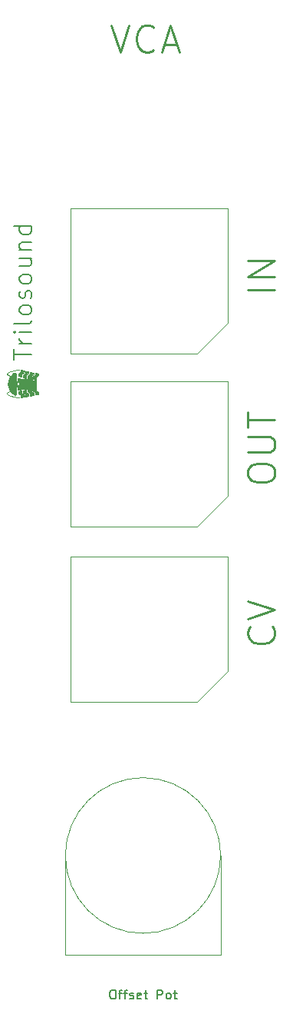
<source format=gbr>
%TF.GenerationSoftware,KiCad,Pcbnew,(6.0.0-0)*%
%TF.CreationDate,2022-11-10T22:51:00-05:00*%
%TF.ProjectId,VCA,5643412e-6b69-4636-9164-5f7063625858,rev?*%
%TF.SameCoordinates,Original*%
%TF.FileFunction,Legend,Top*%
%TF.FilePolarity,Positive*%
%FSLAX46Y46*%
G04 Gerber Fmt 4.6, Leading zero omitted, Abs format (unit mm)*
G04 Created by KiCad (PCBNEW (6.0.0-0)) date 2022-11-10 22:51:00*
%MOMM*%
%LPD*%
G01*
G04 APERTURE LIST*
%ADD10C,0.250000*%
%ADD11C,0.150000*%
%ADD12C,0.120000*%
%ADD13C,0.013229*%
G04 APERTURE END LIST*
D10*
X136453428Y-105513142D02*
X136596285Y-105656000D01*
X136739142Y-106084571D01*
X136739142Y-106370285D01*
X136596285Y-106798857D01*
X136310571Y-107084571D01*
X136024857Y-107227428D01*
X135453428Y-107370285D01*
X135024857Y-107370285D01*
X134453428Y-107227428D01*
X134167714Y-107084571D01*
X133882000Y-106798857D01*
X133739142Y-106370285D01*
X133739142Y-106084571D01*
X133882000Y-105656000D01*
X134024857Y-105513142D01*
X133739142Y-104656000D02*
X136739142Y-103656000D01*
X133739142Y-102656000D01*
X133739142Y-88852000D02*
X133739142Y-88280571D01*
X133882000Y-87994857D01*
X134167714Y-87709142D01*
X134739142Y-87566285D01*
X135739142Y-87566285D01*
X136310571Y-87709142D01*
X136596285Y-87994857D01*
X136739142Y-88280571D01*
X136739142Y-88852000D01*
X136596285Y-89137714D01*
X136310571Y-89423428D01*
X135739142Y-89566285D01*
X134739142Y-89566285D01*
X134167714Y-89423428D01*
X133882000Y-89137714D01*
X133739142Y-88852000D01*
X133739142Y-86280571D02*
X136167714Y-86280571D01*
X136453428Y-86137714D01*
X136596285Y-85994857D01*
X136739142Y-85709142D01*
X136739142Y-85137714D01*
X136596285Y-84852000D01*
X136453428Y-84709142D01*
X136167714Y-84566285D01*
X133739142Y-84566285D01*
X133739142Y-83566285D02*
X133739142Y-81852000D01*
X136739142Y-82709142D02*
X133739142Y-82709142D01*
X118642285Y-39251142D02*
X119642285Y-42251142D01*
X120642285Y-39251142D01*
X123356571Y-41965428D02*
X123213714Y-42108285D01*
X122785142Y-42251142D01*
X122499428Y-42251142D01*
X122070857Y-42108285D01*
X121785142Y-41822571D01*
X121642285Y-41536857D01*
X121499428Y-40965428D01*
X121499428Y-40536857D01*
X121642285Y-39965428D01*
X121785142Y-39679714D01*
X122070857Y-39394000D01*
X122499428Y-39251142D01*
X122785142Y-39251142D01*
X123213714Y-39394000D01*
X123356571Y-39536857D01*
X124499428Y-41394000D02*
X125928000Y-41394000D01*
X124213714Y-42251142D02*
X125213714Y-39251142D01*
X126213714Y-42251142D01*
D11*
X107870761Y-76103809D02*
X107870761Y-74960952D01*
X109870761Y-75532380D02*
X107870761Y-75532380D01*
X109870761Y-74294285D02*
X108537428Y-74294285D01*
X108918380Y-74294285D02*
X108727904Y-74199047D01*
X108632666Y-74103809D01*
X108537428Y-73913333D01*
X108537428Y-73722857D01*
X109870761Y-73056190D02*
X108537428Y-73056190D01*
X107870761Y-73056190D02*
X107966000Y-73151428D01*
X108061238Y-73056190D01*
X107966000Y-72960952D01*
X107870761Y-73056190D01*
X108061238Y-73056190D01*
X109870761Y-71818095D02*
X109775523Y-72008571D01*
X109585047Y-72103809D01*
X107870761Y-72103809D01*
X109870761Y-70770476D02*
X109775523Y-70960952D01*
X109680285Y-71056190D01*
X109489809Y-71151428D01*
X108918380Y-71151428D01*
X108727904Y-71056190D01*
X108632666Y-70960952D01*
X108537428Y-70770476D01*
X108537428Y-70484761D01*
X108632666Y-70294285D01*
X108727904Y-70199047D01*
X108918380Y-70103809D01*
X109489809Y-70103809D01*
X109680285Y-70199047D01*
X109775523Y-70294285D01*
X109870761Y-70484761D01*
X109870761Y-70770476D01*
X109775523Y-69341904D02*
X109870761Y-69151428D01*
X109870761Y-68770476D01*
X109775523Y-68580000D01*
X109585047Y-68484761D01*
X109489809Y-68484761D01*
X109299333Y-68580000D01*
X109204095Y-68770476D01*
X109204095Y-69056190D01*
X109108857Y-69246666D01*
X108918380Y-69341904D01*
X108823142Y-69341904D01*
X108632666Y-69246666D01*
X108537428Y-69056190D01*
X108537428Y-68770476D01*
X108632666Y-68580000D01*
X109870761Y-67341904D02*
X109775523Y-67532380D01*
X109680285Y-67627619D01*
X109489809Y-67722857D01*
X108918380Y-67722857D01*
X108727904Y-67627619D01*
X108632666Y-67532380D01*
X108537428Y-67341904D01*
X108537428Y-67056190D01*
X108632666Y-66865714D01*
X108727904Y-66770476D01*
X108918380Y-66675238D01*
X109489809Y-66675238D01*
X109680285Y-66770476D01*
X109775523Y-66865714D01*
X109870761Y-67056190D01*
X109870761Y-67341904D01*
X108537428Y-64960952D02*
X109870761Y-64960952D01*
X108537428Y-65818095D02*
X109585047Y-65818095D01*
X109775523Y-65722857D01*
X109870761Y-65532380D01*
X109870761Y-65246666D01*
X109775523Y-65056190D01*
X109680285Y-64960952D01*
X108537428Y-64008571D02*
X109870761Y-64008571D01*
X108727904Y-64008571D02*
X108632666Y-63913333D01*
X108537428Y-63722857D01*
X108537428Y-63437142D01*
X108632666Y-63246666D01*
X108823142Y-63151428D01*
X109870761Y-63151428D01*
X109870761Y-61341904D02*
X107870761Y-61341904D01*
X109775523Y-61341904D02*
X109870761Y-61532380D01*
X109870761Y-61913333D01*
X109775523Y-62103809D01*
X109680285Y-62199047D01*
X109489809Y-62294285D01*
X108918380Y-62294285D01*
X108727904Y-62199047D01*
X108632666Y-62103809D01*
X108537428Y-61913333D01*
X108537428Y-61532380D01*
X108632666Y-61341904D01*
D10*
X136739142Y-68373428D02*
X133739142Y-68373428D01*
X136739142Y-66944857D02*
X133739142Y-66944857D01*
X136739142Y-65230571D01*
X133739142Y-65230571D01*
D11*
X118769238Y-145502380D02*
X118959714Y-145502380D01*
X119054952Y-145550000D01*
X119150190Y-145645238D01*
X119197809Y-145835714D01*
X119197809Y-146169047D01*
X119150190Y-146359523D01*
X119054952Y-146454761D01*
X118959714Y-146502380D01*
X118769238Y-146502380D01*
X118674000Y-146454761D01*
X118578761Y-146359523D01*
X118531142Y-146169047D01*
X118531142Y-145835714D01*
X118578761Y-145645238D01*
X118674000Y-145550000D01*
X118769238Y-145502380D01*
X119483523Y-145835714D02*
X119864476Y-145835714D01*
X119626380Y-146502380D02*
X119626380Y-145645238D01*
X119674000Y-145550000D01*
X119769238Y-145502380D01*
X119864476Y-145502380D01*
X120054952Y-145835714D02*
X120435904Y-145835714D01*
X120197809Y-146502380D02*
X120197809Y-145645238D01*
X120245428Y-145550000D01*
X120340666Y-145502380D01*
X120435904Y-145502380D01*
X120721619Y-146454761D02*
X120816857Y-146502380D01*
X121007333Y-146502380D01*
X121102571Y-146454761D01*
X121150190Y-146359523D01*
X121150190Y-146311904D01*
X121102571Y-146216666D01*
X121007333Y-146169047D01*
X120864476Y-146169047D01*
X120769238Y-146121428D01*
X120721619Y-146026190D01*
X120721619Y-145978571D01*
X120769238Y-145883333D01*
X120864476Y-145835714D01*
X121007333Y-145835714D01*
X121102571Y-145883333D01*
X121959714Y-146454761D02*
X121864476Y-146502380D01*
X121674000Y-146502380D01*
X121578761Y-146454761D01*
X121531142Y-146359523D01*
X121531142Y-145978571D01*
X121578761Y-145883333D01*
X121674000Y-145835714D01*
X121864476Y-145835714D01*
X121959714Y-145883333D01*
X122007333Y-145978571D01*
X122007333Y-146073809D01*
X121531142Y-146169047D01*
X122293047Y-145835714D02*
X122674000Y-145835714D01*
X122435904Y-145502380D02*
X122435904Y-146359523D01*
X122483523Y-146454761D01*
X122578761Y-146502380D01*
X122674000Y-146502380D01*
X123769238Y-146502380D02*
X123769238Y-145502380D01*
X124150190Y-145502380D01*
X124245428Y-145550000D01*
X124293047Y-145597619D01*
X124340666Y-145692857D01*
X124340666Y-145835714D01*
X124293047Y-145930952D01*
X124245428Y-145978571D01*
X124150190Y-146026190D01*
X123769238Y-146026190D01*
X124912095Y-146502380D02*
X124816857Y-146454761D01*
X124769238Y-146407142D01*
X124721619Y-146311904D01*
X124721619Y-146026190D01*
X124769238Y-145930952D01*
X124816857Y-145883333D01*
X124912095Y-145835714D01*
X125054952Y-145835714D01*
X125150190Y-145883333D01*
X125197809Y-145930952D01*
X125245428Y-146026190D01*
X125245428Y-146311904D01*
X125197809Y-146407142D01*
X125150190Y-146454761D01*
X125054952Y-146502380D01*
X124912095Y-146502380D01*
X125531142Y-145835714D02*
X125912095Y-145835714D01*
X125674000Y-145502380D02*
X125674000Y-146359523D01*
X125721619Y-146454761D01*
X125816857Y-146502380D01*
X125912095Y-146502380D01*
D12*
%TO.C,RV1*%
X130744000Y-141626000D02*
X130744000Y-130706000D01*
X113604000Y-141626000D02*
X130744000Y-141626000D01*
X113604000Y-141626000D02*
X113604000Y-130706000D01*
X130744000Y-130706000D02*
G75*
G03*
X130744000Y-130706000I-8570000J0D01*
G01*
%TO.C,J4*%
X128126000Y-113811000D02*
X131526000Y-110411000D01*
X131526000Y-110421000D02*
X131526000Y-97790000D01*
X131526000Y-97790000D02*
X114173000Y-97790000D01*
X114173000Y-97790000D02*
X114173000Y-113811000D01*
X114173000Y-113811000D02*
X128126000Y-113811000D01*
%TO.C,J3*%
X131526000Y-59436000D02*
X114173000Y-59436000D01*
X128126000Y-75457000D02*
X131526000Y-72057000D01*
X131526000Y-72067000D02*
X131526000Y-59436000D01*
X114173000Y-59436000D02*
X114173000Y-75457000D01*
X114173000Y-75457000D02*
X128126000Y-75457000D01*
D13*
%TO.C,REF\u002A\u002A*%
X107239396Y-77561440D02*
X107269475Y-77539651D01*
X108210974Y-80226560D02*
X108372042Y-80249947D01*
X107269475Y-77539651D02*
X107341176Y-77497058D01*
X107161352Y-77660395D02*
X107167864Y-77641882D01*
X107167999Y-79735756D02*
X107155069Y-79751398D01*
X107495559Y-80058313D02*
X107594609Y-80091206D01*
X107145697Y-79767583D02*
X107140048Y-79784326D01*
X107138289Y-79801645D02*
X107140582Y-79819555D01*
X107584871Y-79574380D02*
X107497923Y-79594850D01*
X107248705Y-79940348D02*
X107248705Y-79940348D01*
X107160818Y-77695617D02*
X107159058Y-77678301D01*
X107140582Y-79819555D02*
X107147094Y-79838073D01*
X107772436Y-79537086D02*
X107584871Y-79574380D01*
X107247262Y-77788021D02*
X107205093Y-77759301D01*
X107793206Y-77942908D02*
X107605641Y-77905601D01*
X107990200Y-77976214D02*
X107793206Y-77942908D01*
X107248705Y-79940348D02*
X107320407Y-79982963D01*
X107175838Y-77728542D02*
X107166467Y-77712359D01*
X107218627Y-79918547D02*
X107248705Y-79940348D01*
X107438062Y-77863255D02*
X107365066Y-77839869D01*
X107214361Y-77582541D02*
X107239396Y-77561440D01*
X107166467Y-77712359D02*
X107160818Y-77695617D01*
X107301027Y-77814834D02*
X107247262Y-77788021D01*
X107320407Y-79982963D02*
X107403425Y-80022259D01*
X107804660Y-80147819D02*
X108015981Y-80192727D01*
X107605641Y-77905601D02*
X107518693Y-77885123D01*
X107403425Y-80022259D02*
X107495559Y-80058313D01*
X107969430Y-79503785D02*
X107772436Y-79537086D01*
X108372042Y-80249947D02*
X108522013Y-80267902D01*
X107157990Y-79857215D02*
X107173434Y-79876997D01*
X107518693Y-77885123D02*
X107438062Y-77863255D01*
X107344296Y-79640087D02*
X107280257Y-79665115D01*
X108392700Y-77230070D02*
X108542650Y-77212097D01*
X107167864Y-77641882D02*
X107178760Y-77622746D01*
X107178760Y-77622746D02*
X107194204Y-77602971D01*
X107173434Y-79876997D02*
X107193591Y-79897436D01*
X107417292Y-79616709D02*
X107344296Y-79640087D01*
X108231653Y-77253473D02*
X108392700Y-77230070D01*
X107184323Y-79720640D02*
X107167999Y-79735756D01*
X107140048Y-79784326D02*
X107138289Y-79801645D01*
X108015981Y-80192727D02*
X108210974Y-80226560D01*
X107205093Y-77759301D02*
X107188769Y-77744184D01*
X107424189Y-77457778D02*
X107516316Y-77421735D01*
X107719115Y-77359043D02*
X107825388Y-77332238D01*
X107341176Y-77497058D02*
X107424189Y-77457778D01*
X107280257Y-79665115D02*
X107226492Y-79691923D01*
X107188769Y-77744184D02*
X107175838Y-77728542D01*
X107147094Y-79838073D02*
X107157990Y-79857215D01*
X107194204Y-77602971D02*
X107214361Y-77582541D01*
X107615358Y-77388849D02*
X107719115Y-77359043D01*
X107155069Y-79751398D02*
X107145697Y-79767583D01*
X107825388Y-77332238D02*
X108036684Y-77287321D01*
X107594609Y-80091206D02*
X107698376Y-80121015D01*
X107193591Y-79897436D02*
X107218627Y-79918547D01*
X107516316Y-77421735D02*
X107615358Y-77388849D01*
X107497923Y-79594850D02*
X107417292Y-79616709D01*
X107698376Y-80121015D02*
X107804660Y-80147819D01*
X107226492Y-79691923D02*
X107184323Y-79720640D01*
X107269475Y-77539651D02*
X107269475Y-77539651D01*
X108036684Y-77287321D02*
X108231653Y-77253473D01*
X107159058Y-77678301D02*
X107161352Y-77660395D01*
X107365066Y-77839869D02*
X107301027Y-77814834D01*
X109674538Y-79215390D02*
X110371714Y-79102942D01*
X110371714Y-79102942D02*
X110371714Y-78402986D01*
X110371714Y-78402986D02*
X109674538Y-78290538D01*
X109674538Y-78290538D02*
X109674538Y-79215390D01*
X109674538Y-79215390D02*
X109674538Y-79215390D01*
G36*
X110371714Y-78402986D02*
G01*
X110371714Y-79102942D01*
X109674538Y-79215390D01*
X109674538Y-78290538D01*
X110371714Y-78402986D01*
G37*
X110371714Y-78402986D02*
X110371714Y-79102942D01*
X109674538Y-79215390D01*
X109674538Y-78290538D01*
X110371714Y-78402986D01*
X107267094Y-78753030D02*
X107268906Y-78819113D01*
X107268906Y-78819113D02*
X107274209Y-78884370D01*
X107274209Y-78884370D02*
X107282804Y-78948703D01*
X107282804Y-78948703D02*
X107294492Y-79012016D01*
X107294492Y-79012016D02*
X107309073Y-79074210D01*
X107309073Y-79074210D02*
X107326348Y-79135190D01*
X107326348Y-79135190D02*
X107346118Y-79194857D01*
X107346118Y-79194857D02*
X107368183Y-79253115D01*
X107368183Y-79253115D02*
X107418403Y-79365016D01*
X107418403Y-79365016D02*
X107475414Y-79470114D01*
X107475414Y-79470114D02*
X107537621Y-79567634D01*
X107537621Y-79567634D02*
X107603429Y-79656797D01*
X107603429Y-79656797D02*
X107671245Y-79736828D01*
X107671245Y-79736828D02*
X107739475Y-79806949D01*
X107739475Y-79806949D02*
X107806523Y-79866383D01*
X107806523Y-79866383D02*
X107870797Y-79914355D01*
X107870797Y-79914355D02*
X107930701Y-79950085D01*
X107930701Y-79950085D02*
X107984641Y-79972799D01*
X107984641Y-79972799D02*
X108008876Y-79979031D01*
X108008876Y-79979031D02*
X108031023Y-79981718D01*
X108031023Y-79981718D02*
X108050881Y-79980762D01*
X108050881Y-79980762D02*
X108068253Y-79976067D01*
X108068253Y-79976067D02*
X108080530Y-79969423D01*
X108080530Y-79969423D02*
X108091428Y-79960251D01*
X108091428Y-79960251D02*
X108101035Y-79948654D01*
X108101035Y-79948654D02*
X108109440Y-79934733D01*
X108109440Y-79934733D02*
X108116734Y-79918593D01*
X108116734Y-79918593D02*
X108123005Y-79900335D01*
X108123005Y-79900335D02*
X108128343Y-79880063D01*
X108128343Y-79880063D02*
X108132838Y-79857878D01*
X108132838Y-79857878D02*
X108139655Y-79808184D01*
X108139655Y-79808184D02*
X108144171Y-79752073D01*
X108144171Y-79752073D02*
X108149165Y-79623890D01*
X108149165Y-79623890D02*
X108153546Y-79479899D01*
X108153546Y-79479899D02*
X108157295Y-79404030D01*
X108157295Y-79404030D02*
X108163037Y-79326674D01*
X108163037Y-79326674D02*
X108171489Y-79248651D01*
X108171489Y-79248651D02*
X108183366Y-79170785D01*
X108183366Y-79170785D02*
X108190812Y-79132167D01*
X108190812Y-79132167D02*
X108199383Y-79093895D01*
X108199383Y-79093895D02*
X108209167Y-79056074D01*
X108209167Y-79056074D02*
X108220256Y-79018804D01*
X108220256Y-79018804D02*
X108230209Y-78987212D01*
X108230209Y-78987212D02*
X108238900Y-78955341D01*
X108238900Y-78955341D02*
X108246328Y-78923230D01*
X108246328Y-78923230D02*
X108252491Y-78890914D01*
X108252491Y-78890914D02*
X108257390Y-78858432D01*
X108257390Y-78858432D02*
X108261024Y-78825820D01*
X108261024Y-78825820D02*
X108263392Y-78793116D01*
X108263392Y-78793116D02*
X108264494Y-78760356D01*
X108264494Y-78760356D02*
X108264329Y-78727579D01*
X108264329Y-78727579D02*
X108262897Y-78694820D01*
X108262897Y-78694820D02*
X108260197Y-78662118D01*
X108260197Y-78662118D02*
X108256229Y-78629509D01*
X108256229Y-78629509D02*
X108250992Y-78597030D01*
X108250992Y-78597030D02*
X108244486Y-78564719D01*
X108244486Y-78564719D02*
X108236710Y-78532613D01*
X108236710Y-78532613D02*
X108227664Y-78500749D01*
X108227664Y-78500749D02*
X108207939Y-78423328D01*
X108207939Y-78423328D02*
X108192664Y-78344397D01*
X108192664Y-78344397D02*
X108181165Y-78264757D01*
X108181165Y-78264757D02*
X108172767Y-78185211D01*
X108172767Y-78185211D02*
X108162575Y-78029614D01*
X108162575Y-78029614D02*
X108156689Y-77884023D01*
X108156689Y-77884023D02*
X108149712Y-77754859D01*
X108149712Y-77754859D02*
X108144128Y-77698443D01*
X108144128Y-77698443D02*
X108136246Y-77648542D01*
X108136246Y-77648542D02*
X108125393Y-77605957D01*
X108125393Y-77605957D02*
X108110892Y-77571491D01*
X108110892Y-77571491D02*
X108102064Y-77557553D01*
X108102064Y-77557553D02*
X108092070Y-77545946D01*
X108092070Y-77545946D02*
X108080828Y-77536771D01*
X108080828Y-77536771D02*
X108068253Y-77530126D01*
X108068253Y-77530126D02*
X108050532Y-77525412D01*
X108050532Y-77525412D02*
X108030367Y-77524451D01*
X108030367Y-77524451D02*
X108007956Y-77527144D01*
X108007956Y-77527144D02*
X107983496Y-77533394D01*
X107983496Y-77533394D02*
X107957183Y-77543101D01*
X107957183Y-77543101D02*
X107929216Y-77556167D01*
X107929216Y-77556167D02*
X107899790Y-77572495D01*
X107899790Y-77572495D02*
X107869104Y-77591985D01*
X107869104Y-77591985D02*
X107837354Y-77614540D01*
X107837354Y-77614540D02*
X107804738Y-77640061D01*
X107804738Y-77640061D02*
X107771453Y-77668450D01*
X107771453Y-77668450D02*
X107737696Y-77699609D01*
X107737696Y-77699609D02*
X107703664Y-77733439D01*
X107703664Y-77733439D02*
X107669554Y-77769842D01*
X107669554Y-77769842D02*
X107635564Y-77808720D01*
X107635564Y-77808720D02*
X107601891Y-77849974D01*
X107601891Y-77849974D02*
X107568732Y-77893507D01*
X107568732Y-77893507D02*
X107536284Y-77939219D01*
X107536284Y-77939219D02*
X107504744Y-77987013D01*
X107504744Y-77987013D02*
X107474309Y-78036790D01*
X107474309Y-78036790D02*
X107445177Y-78088452D01*
X107445177Y-78088452D02*
X107417545Y-78141901D01*
X107417545Y-78141901D02*
X107391610Y-78197038D01*
X107391610Y-78197038D02*
X107367570Y-78253766D01*
X107367570Y-78253766D02*
X107345620Y-78311985D01*
X107345620Y-78311985D02*
X107325959Y-78371597D01*
X107325959Y-78371597D02*
X107308784Y-78432505D01*
X107308784Y-78432505D02*
X107294291Y-78494609D01*
X107294291Y-78494609D02*
X107282679Y-78557812D01*
X107282679Y-78557812D02*
X107274144Y-78622016D01*
X107274144Y-78622016D02*
X107268883Y-78687121D01*
X107268883Y-78687121D02*
X107267094Y-78753030D01*
X107267094Y-78753030D02*
X107267094Y-78753030D01*
G36*
X108050532Y-77525412D02*
G01*
X108068253Y-77530126D01*
X108080828Y-77536771D01*
X108092070Y-77545946D01*
X108102064Y-77557553D01*
X108110892Y-77571491D01*
X108125393Y-77605957D01*
X108136246Y-77648542D01*
X108144128Y-77698443D01*
X108149712Y-77754859D01*
X108156689Y-77884023D01*
X108162575Y-78029614D01*
X108172767Y-78185211D01*
X108181165Y-78264757D01*
X108192664Y-78344397D01*
X108207939Y-78423328D01*
X108227664Y-78500749D01*
X108236710Y-78532613D01*
X108244486Y-78564719D01*
X108250992Y-78597030D01*
X108256229Y-78629509D01*
X108260197Y-78662118D01*
X108262897Y-78694820D01*
X108264329Y-78727579D01*
X108264494Y-78760356D01*
X108263392Y-78793116D01*
X108261024Y-78825820D01*
X108257390Y-78858432D01*
X108252491Y-78890914D01*
X108246328Y-78923230D01*
X108238900Y-78955341D01*
X108230209Y-78987212D01*
X108220256Y-79018804D01*
X108209167Y-79056074D01*
X108199383Y-79093895D01*
X108190812Y-79132167D01*
X108183366Y-79170785D01*
X108171489Y-79248651D01*
X108163037Y-79326674D01*
X108157295Y-79404030D01*
X108153546Y-79479899D01*
X108149165Y-79623890D01*
X108144171Y-79752073D01*
X108139655Y-79808184D01*
X108132838Y-79857878D01*
X108128343Y-79880063D01*
X108123005Y-79900335D01*
X108116734Y-79918593D01*
X108109440Y-79934733D01*
X108101035Y-79948654D01*
X108091428Y-79960251D01*
X108080530Y-79969423D01*
X108068253Y-79976067D01*
X108050881Y-79980762D01*
X108031023Y-79981718D01*
X108008876Y-79979031D01*
X107984641Y-79972799D01*
X107930701Y-79950085D01*
X107870797Y-79914355D01*
X107806523Y-79866383D01*
X107739475Y-79806949D01*
X107671245Y-79736828D01*
X107603429Y-79656797D01*
X107537621Y-79567634D01*
X107475414Y-79470114D01*
X107418403Y-79365016D01*
X107368183Y-79253115D01*
X107346118Y-79194857D01*
X107326348Y-79135190D01*
X107309073Y-79074210D01*
X107294492Y-79012016D01*
X107282804Y-78948703D01*
X107274209Y-78884370D01*
X107268906Y-78819113D01*
X107267094Y-78753030D01*
X107268883Y-78687121D01*
X107274144Y-78622016D01*
X107282679Y-78557812D01*
X107294291Y-78494609D01*
X107308784Y-78432505D01*
X107325959Y-78371597D01*
X107345620Y-78311985D01*
X107367570Y-78253766D01*
X107391610Y-78197038D01*
X107417545Y-78141901D01*
X107445177Y-78088452D01*
X107474309Y-78036790D01*
X107504744Y-77987013D01*
X107536284Y-77939219D01*
X107568732Y-77893507D01*
X107601891Y-77849974D01*
X107635564Y-77808720D01*
X107669554Y-77769842D01*
X107703664Y-77733439D01*
X107737696Y-77699609D01*
X107771453Y-77668450D01*
X107804738Y-77640061D01*
X107837354Y-77614540D01*
X107869104Y-77591985D01*
X107899790Y-77572495D01*
X107929216Y-77556167D01*
X107957183Y-77543101D01*
X107983496Y-77533394D01*
X108007956Y-77527144D01*
X108030367Y-77524451D01*
X108050532Y-77525412D01*
G37*
X108050532Y-77525412D02*
X108068253Y-77530126D01*
X108080828Y-77536771D01*
X108092070Y-77545946D01*
X108102064Y-77557553D01*
X108110892Y-77571491D01*
X108125393Y-77605957D01*
X108136246Y-77648542D01*
X108144128Y-77698443D01*
X108149712Y-77754859D01*
X108156689Y-77884023D01*
X108162575Y-78029614D01*
X108172767Y-78185211D01*
X108181165Y-78264757D01*
X108192664Y-78344397D01*
X108207939Y-78423328D01*
X108227664Y-78500749D01*
X108236710Y-78532613D01*
X108244486Y-78564719D01*
X108250992Y-78597030D01*
X108256229Y-78629509D01*
X108260197Y-78662118D01*
X108262897Y-78694820D01*
X108264329Y-78727579D01*
X108264494Y-78760356D01*
X108263392Y-78793116D01*
X108261024Y-78825820D01*
X108257390Y-78858432D01*
X108252491Y-78890914D01*
X108246328Y-78923230D01*
X108238900Y-78955341D01*
X108230209Y-78987212D01*
X108220256Y-79018804D01*
X108209167Y-79056074D01*
X108199383Y-79093895D01*
X108190812Y-79132167D01*
X108183366Y-79170785D01*
X108171489Y-79248651D01*
X108163037Y-79326674D01*
X108157295Y-79404030D01*
X108153546Y-79479899D01*
X108149165Y-79623890D01*
X108144171Y-79752073D01*
X108139655Y-79808184D01*
X108132838Y-79857878D01*
X108128343Y-79880063D01*
X108123005Y-79900335D01*
X108116734Y-79918593D01*
X108109440Y-79934733D01*
X108101035Y-79948654D01*
X108091428Y-79960251D01*
X108080530Y-79969423D01*
X108068253Y-79976067D01*
X108050881Y-79980762D01*
X108031023Y-79981718D01*
X108008876Y-79979031D01*
X107984641Y-79972799D01*
X107930701Y-79950085D01*
X107870797Y-79914355D01*
X107806523Y-79866383D01*
X107739475Y-79806949D01*
X107671245Y-79736828D01*
X107603429Y-79656797D01*
X107537621Y-79567634D01*
X107475414Y-79470114D01*
X107418403Y-79365016D01*
X107368183Y-79253115D01*
X107346118Y-79194857D01*
X107326348Y-79135190D01*
X107309073Y-79074210D01*
X107294492Y-79012016D01*
X107282804Y-78948703D01*
X107274209Y-78884370D01*
X107268906Y-78819113D01*
X107267094Y-78753030D01*
X107268883Y-78687121D01*
X107274144Y-78622016D01*
X107282679Y-78557812D01*
X107294291Y-78494609D01*
X107308784Y-78432505D01*
X107325959Y-78371597D01*
X107345620Y-78311985D01*
X107367570Y-78253766D01*
X107391610Y-78197038D01*
X107417545Y-78141901D01*
X107445177Y-78088452D01*
X107474309Y-78036790D01*
X107504744Y-77987013D01*
X107536284Y-77939219D01*
X107568732Y-77893507D01*
X107601891Y-77849974D01*
X107635564Y-77808720D01*
X107669554Y-77769842D01*
X107703664Y-77733439D01*
X107737696Y-77699609D01*
X107771453Y-77668450D01*
X107804738Y-77640061D01*
X107837354Y-77614540D01*
X107869104Y-77591985D01*
X107899790Y-77572495D01*
X107929216Y-77556167D01*
X107957183Y-77543101D01*
X107983496Y-77533394D01*
X108007956Y-77527144D01*
X108030367Y-77524451D01*
X108050532Y-77525412D01*
X108371465Y-79393983D02*
X108371465Y-78924877D01*
X108371465Y-78924877D02*
X108377428Y-78924098D01*
X108377428Y-78924098D02*
X108383363Y-78923147D01*
X108383363Y-78923147D02*
X108389265Y-78922026D01*
X108389265Y-78922026D02*
X108395132Y-78920736D01*
X108395132Y-78920736D02*
X108400958Y-78919277D01*
X108400958Y-78919277D02*
X108406742Y-78917650D01*
X108406742Y-78917650D02*
X108412478Y-78915856D01*
X108412478Y-78915856D02*
X108418164Y-78913897D01*
X108418164Y-78913897D02*
X108420570Y-78912846D01*
X108420570Y-78912846D02*
X108422954Y-78911749D01*
X108422954Y-78911749D02*
X108425315Y-78910607D01*
X108425315Y-78910607D02*
X108427652Y-78909420D01*
X108427652Y-78909420D02*
X108429964Y-78908188D01*
X108429964Y-78908188D02*
X108432252Y-78906912D01*
X108432252Y-78906912D02*
X108434514Y-78905592D01*
X108434514Y-78905592D02*
X108436750Y-78904229D01*
X108436750Y-78904229D02*
X108438959Y-78902823D01*
X108438959Y-78902823D02*
X108441141Y-78901373D01*
X108441141Y-78901373D02*
X108443294Y-78899882D01*
X108443294Y-78899882D02*
X108445419Y-78898349D01*
X108445419Y-78898349D02*
X108447514Y-78896774D01*
X108447514Y-78896774D02*
X108449580Y-78895158D01*
X108449580Y-78895158D02*
X108451614Y-78893501D01*
X108451614Y-78893501D02*
X108453618Y-78891804D01*
X108453618Y-78891804D02*
X108456536Y-78889515D01*
X108456536Y-78889515D02*
X108459410Y-78887175D01*
X108459410Y-78887175D02*
X108462239Y-78884784D01*
X108462239Y-78884784D02*
X108465023Y-78882342D01*
X108465023Y-78882342D02*
X108467760Y-78879850D01*
X108467760Y-78879850D02*
X108470450Y-78877309D01*
X108470450Y-78877309D02*
X108473093Y-78874719D01*
X108473093Y-78874719D02*
X108475687Y-78872081D01*
X108475687Y-78872081D02*
X108478233Y-78869397D01*
X108478233Y-78869397D02*
X108480729Y-78866665D01*
X108480729Y-78866665D02*
X108483175Y-78863888D01*
X108483175Y-78863888D02*
X108485570Y-78861066D01*
X108485570Y-78861066D02*
X108487913Y-78858199D01*
X108487913Y-78858199D02*
X108490205Y-78855289D01*
X108490205Y-78855289D02*
X108492443Y-78852335D01*
X108492443Y-78852335D02*
X108494629Y-78849339D01*
X108494629Y-78849339D02*
X108497268Y-78845465D01*
X108497268Y-78845465D02*
X108499813Y-78841534D01*
X108499813Y-78841534D02*
X108502262Y-78837548D01*
X108502262Y-78837548D02*
X108504616Y-78833508D01*
X108504616Y-78833508D02*
X108506872Y-78829415D01*
X108506872Y-78829415D02*
X108509030Y-78825273D01*
X108509030Y-78825273D02*
X108511090Y-78821082D01*
X108511090Y-78821082D02*
X108513050Y-78816844D01*
X108513050Y-78816844D02*
X108514910Y-78812561D01*
X108514910Y-78812561D02*
X108516669Y-78808235D01*
X108516669Y-78808235D02*
X108518326Y-78803868D01*
X108518326Y-78803868D02*
X108519880Y-78799461D01*
X108519880Y-78799461D02*
X108521331Y-78795016D01*
X108521331Y-78795016D02*
X108522678Y-78790535D01*
X108522678Y-78790535D02*
X108523919Y-78786020D01*
X108523919Y-78786020D02*
X108525055Y-78781473D01*
X108525055Y-78781473D02*
X108526110Y-78777056D01*
X108526110Y-78777056D02*
X108527058Y-78772616D01*
X108527058Y-78772616D02*
X108527898Y-78768156D01*
X108527898Y-78768156D02*
X108528631Y-78763678D01*
X108528631Y-78763678D02*
X108529256Y-78759184D01*
X108529256Y-78759184D02*
X108529772Y-78754675D01*
X108529772Y-78754675D02*
X108530180Y-78750154D01*
X108530180Y-78750154D02*
X108530480Y-78745622D01*
X108530480Y-78745622D02*
X108530631Y-78741412D01*
X108530631Y-78741412D02*
X108530683Y-78737201D01*
X108530683Y-78737201D02*
X108530634Y-78732990D01*
X108530634Y-78732990D02*
X108530486Y-78728783D01*
X108530486Y-78728783D02*
X108530237Y-78724581D01*
X108530237Y-78724581D02*
X108529888Y-78720385D01*
X108529888Y-78720385D02*
X108529440Y-78716198D01*
X108529440Y-78716198D02*
X108528892Y-78712020D01*
X108528892Y-78712020D02*
X108528151Y-78707989D01*
X108528151Y-78707989D02*
X108527319Y-78703979D01*
X108527319Y-78703979D02*
X108526399Y-78699992D01*
X108526399Y-78699992D02*
X108525389Y-78696030D01*
X108525389Y-78696030D02*
X108524291Y-78692093D01*
X108524291Y-78692093D02*
X108523106Y-78688183D01*
X108523106Y-78688183D02*
X108521833Y-78684302D01*
X108521833Y-78684302D02*
X108520473Y-78680451D01*
X108520473Y-78680451D02*
X108519027Y-78676631D01*
X108519027Y-78676631D02*
X108517495Y-78672845D01*
X108517495Y-78672845D02*
X108515878Y-78669093D01*
X108515878Y-78669093D02*
X108514176Y-78665377D01*
X108514176Y-78665377D02*
X108512391Y-78661698D01*
X108512391Y-78661698D02*
X108510522Y-78658058D01*
X108510522Y-78658058D02*
X108508569Y-78654459D01*
X108508569Y-78654459D02*
X108506534Y-78650901D01*
X108506534Y-78650901D02*
X108504423Y-78647184D01*
X108504423Y-78647184D02*
X108502234Y-78643515D01*
X108502234Y-78643515D02*
X108499968Y-78639898D01*
X108499968Y-78639898D02*
X108497626Y-78636331D01*
X108497626Y-78636331D02*
X108495209Y-78632818D01*
X108495209Y-78632818D02*
X108492717Y-78629359D01*
X108492717Y-78629359D02*
X108490153Y-78625954D01*
X108490153Y-78625954D02*
X108487517Y-78622606D01*
X108487517Y-78622606D02*
X108484809Y-78619316D01*
X108484809Y-78619316D02*
X108482031Y-78616083D01*
X108482031Y-78616083D02*
X108479183Y-78612911D01*
X108479183Y-78612911D02*
X108476267Y-78609799D01*
X108476267Y-78609799D02*
X108473284Y-78606750D01*
X108473284Y-78606750D02*
X108470233Y-78603763D01*
X108470233Y-78603763D02*
X108467117Y-78600841D01*
X108467117Y-78600841D02*
X108463937Y-78597984D01*
X108463937Y-78597984D02*
X108461168Y-78595440D01*
X108461168Y-78595440D02*
X108458340Y-78592970D01*
X108458340Y-78592970D02*
X108455453Y-78590574D01*
X108455453Y-78590574D02*
X108452508Y-78588253D01*
X108452508Y-78588253D02*
X108449508Y-78586009D01*
X108449508Y-78586009D02*
X108446454Y-78583842D01*
X108446454Y-78583842D02*
X108443347Y-78581753D01*
X108443347Y-78581753D02*
X108440190Y-78579744D01*
X108440190Y-78579744D02*
X108436982Y-78577815D01*
X108436982Y-78577815D02*
X108433727Y-78575966D01*
X108433727Y-78575966D02*
X108430425Y-78574200D01*
X108430425Y-78574200D02*
X108427078Y-78572517D01*
X108427078Y-78572517D02*
X108423687Y-78570917D01*
X108423687Y-78570917D02*
X108420254Y-78569402D01*
X108420254Y-78569402D02*
X108416781Y-78567974D01*
X108416781Y-78567974D02*
X108413269Y-78566631D01*
X108413269Y-78566631D02*
X108408109Y-78565035D01*
X108408109Y-78565035D02*
X108402928Y-78563507D01*
X108402928Y-78563507D02*
X108397728Y-78562048D01*
X108397728Y-78562048D02*
X108392510Y-78560657D01*
X108392510Y-78560657D02*
X108387274Y-78559335D01*
X108387274Y-78559335D02*
X108382021Y-78558082D01*
X108382021Y-78558082D02*
X108376751Y-78556898D01*
X108376751Y-78556898D02*
X108371465Y-78555783D01*
X108371465Y-78555783D02*
X108371465Y-78115517D01*
X108371465Y-78115517D02*
X109025250Y-78190526D01*
X109025250Y-78190526D02*
X109025250Y-79305877D01*
X109025250Y-79305877D02*
X108371465Y-79393983D01*
X108371465Y-79393983D02*
X108371465Y-79393983D01*
G36*
X109025250Y-78190526D02*
G01*
X109025250Y-79305877D01*
X108371465Y-79393983D01*
X108371465Y-78924877D01*
X108377428Y-78924098D01*
X108383363Y-78923147D01*
X108389265Y-78922026D01*
X108395132Y-78920736D01*
X108400958Y-78919277D01*
X108406742Y-78917650D01*
X108412478Y-78915856D01*
X108418164Y-78913897D01*
X108420570Y-78912846D01*
X108422954Y-78911749D01*
X108425315Y-78910607D01*
X108427652Y-78909420D01*
X108429964Y-78908188D01*
X108432252Y-78906912D01*
X108434514Y-78905592D01*
X108436750Y-78904229D01*
X108438959Y-78902823D01*
X108441141Y-78901373D01*
X108443294Y-78899882D01*
X108445419Y-78898349D01*
X108447514Y-78896774D01*
X108449580Y-78895158D01*
X108451614Y-78893501D01*
X108453618Y-78891804D01*
X108456536Y-78889515D01*
X108459410Y-78887175D01*
X108462239Y-78884784D01*
X108465023Y-78882342D01*
X108467760Y-78879850D01*
X108470450Y-78877309D01*
X108473093Y-78874719D01*
X108475687Y-78872081D01*
X108478233Y-78869397D01*
X108480729Y-78866665D01*
X108483175Y-78863888D01*
X108485570Y-78861066D01*
X108487913Y-78858199D01*
X108490205Y-78855289D01*
X108492443Y-78852335D01*
X108494629Y-78849339D01*
X108497268Y-78845465D01*
X108499813Y-78841534D01*
X108502262Y-78837548D01*
X108504616Y-78833508D01*
X108506872Y-78829415D01*
X108509030Y-78825273D01*
X108511090Y-78821082D01*
X108513050Y-78816844D01*
X108514910Y-78812561D01*
X108516669Y-78808235D01*
X108518326Y-78803868D01*
X108519880Y-78799461D01*
X108521331Y-78795016D01*
X108522678Y-78790535D01*
X108523919Y-78786020D01*
X108525055Y-78781473D01*
X108526110Y-78777056D01*
X108527058Y-78772616D01*
X108527898Y-78768156D01*
X108528631Y-78763678D01*
X108529256Y-78759184D01*
X108529772Y-78754675D01*
X108530180Y-78750154D01*
X108530480Y-78745622D01*
X108530631Y-78741412D01*
X108530683Y-78737201D01*
X108530634Y-78732990D01*
X108530486Y-78728783D01*
X108530237Y-78724581D01*
X108529888Y-78720385D01*
X108529440Y-78716198D01*
X108528892Y-78712020D01*
X108528151Y-78707989D01*
X108527319Y-78703979D01*
X108526399Y-78699992D01*
X108525389Y-78696030D01*
X108524291Y-78692093D01*
X108523106Y-78688183D01*
X108521833Y-78684302D01*
X108520473Y-78680451D01*
X108519027Y-78676631D01*
X108517495Y-78672845D01*
X108515878Y-78669093D01*
X108514176Y-78665377D01*
X108512391Y-78661698D01*
X108510522Y-78658058D01*
X108508569Y-78654459D01*
X108506534Y-78650901D01*
X108504423Y-78647184D01*
X108502234Y-78643515D01*
X108499968Y-78639898D01*
X108497626Y-78636331D01*
X108495209Y-78632818D01*
X108492717Y-78629359D01*
X108490153Y-78625954D01*
X108487517Y-78622606D01*
X108484809Y-78619316D01*
X108482031Y-78616083D01*
X108479183Y-78612911D01*
X108476267Y-78609799D01*
X108473284Y-78606750D01*
X108470233Y-78603763D01*
X108467117Y-78600841D01*
X108463937Y-78597984D01*
X108461168Y-78595440D01*
X108458340Y-78592970D01*
X108455453Y-78590574D01*
X108452508Y-78588253D01*
X108449508Y-78586009D01*
X108446454Y-78583842D01*
X108443347Y-78581753D01*
X108440190Y-78579744D01*
X108436982Y-78577815D01*
X108433727Y-78575966D01*
X108430425Y-78574200D01*
X108427078Y-78572517D01*
X108423687Y-78570917D01*
X108420254Y-78569402D01*
X108416781Y-78567974D01*
X108413269Y-78566631D01*
X108408109Y-78565035D01*
X108402928Y-78563507D01*
X108397728Y-78562048D01*
X108392510Y-78560657D01*
X108387274Y-78559335D01*
X108382021Y-78558082D01*
X108376751Y-78556898D01*
X108371465Y-78555783D01*
X108371465Y-78115517D01*
X109025250Y-78190526D01*
G37*
X109025250Y-78190526D02*
X109025250Y-79305877D01*
X108371465Y-79393983D01*
X108371465Y-78924877D01*
X108377428Y-78924098D01*
X108383363Y-78923147D01*
X108389265Y-78922026D01*
X108395132Y-78920736D01*
X108400958Y-78919277D01*
X108406742Y-78917650D01*
X108412478Y-78915856D01*
X108418164Y-78913897D01*
X108420570Y-78912846D01*
X108422954Y-78911749D01*
X108425315Y-78910607D01*
X108427652Y-78909420D01*
X108429964Y-78908188D01*
X108432252Y-78906912D01*
X108434514Y-78905592D01*
X108436750Y-78904229D01*
X108438959Y-78902823D01*
X108441141Y-78901373D01*
X108443294Y-78899882D01*
X108445419Y-78898349D01*
X108447514Y-78896774D01*
X108449580Y-78895158D01*
X108451614Y-78893501D01*
X108453618Y-78891804D01*
X108456536Y-78889515D01*
X108459410Y-78887175D01*
X108462239Y-78884784D01*
X108465023Y-78882342D01*
X108467760Y-78879850D01*
X108470450Y-78877309D01*
X108473093Y-78874719D01*
X108475687Y-78872081D01*
X108478233Y-78869397D01*
X108480729Y-78866665D01*
X108483175Y-78863888D01*
X108485570Y-78861066D01*
X108487913Y-78858199D01*
X108490205Y-78855289D01*
X108492443Y-78852335D01*
X108494629Y-78849339D01*
X108497268Y-78845465D01*
X108499813Y-78841534D01*
X108502262Y-78837548D01*
X108504616Y-78833508D01*
X108506872Y-78829415D01*
X108509030Y-78825273D01*
X108511090Y-78821082D01*
X108513050Y-78816844D01*
X108514910Y-78812561D01*
X108516669Y-78808235D01*
X108518326Y-78803868D01*
X108519880Y-78799461D01*
X108521331Y-78795016D01*
X108522678Y-78790535D01*
X108523919Y-78786020D01*
X108525055Y-78781473D01*
X108526110Y-78777056D01*
X108527058Y-78772616D01*
X108527898Y-78768156D01*
X108528631Y-78763678D01*
X108529256Y-78759184D01*
X108529772Y-78754675D01*
X108530180Y-78750154D01*
X108530480Y-78745622D01*
X108530631Y-78741412D01*
X108530683Y-78737201D01*
X108530634Y-78732990D01*
X108530486Y-78728783D01*
X108530237Y-78724581D01*
X108529888Y-78720385D01*
X108529440Y-78716198D01*
X108528892Y-78712020D01*
X108528151Y-78707989D01*
X108527319Y-78703979D01*
X108526399Y-78699992D01*
X108525389Y-78696030D01*
X108524291Y-78692093D01*
X108523106Y-78688183D01*
X108521833Y-78684302D01*
X108520473Y-78680451D01*
X108519027Y-78676631D01*
X108517495Y-78672845D01*
X108515878Y-78669093D01*
X108514176Y-78665377D01*
X108512391Y-78661698D01*
X108510522Y-78658058D01*
X108508569Y-78654459D01*
X108506534Y-78650901D01*
X108504423Y-78647184D01*
X108502234Y-78643515D01*
X108499968Y-78639898D01*
X108497626Y-78636331D01*
X108495209Y-78632818D01*
X108492717Y-78629359D01*
X108490153Y-78625954D01*
X108487517Y-78622606D01*
X108484809Y-78619316D01*
X108482031Y-78616083D01*
X108479183Y-78612911D01*
X108476267Y-78609799D01*
X108473284Y-78606750D01*
X108470233Y-78603763D01*
X108467117Y-78600841D01*
X108463937Y-78597984D01*
X108461168Y-78595440D01*
X108458340Y-78592970D01*
X108455453Y-78590574D01*
X108452508Y-78588253D01*
X108449508Y-78586009D01*
X108446454Y-78583842D01*
X108443347Y-78581753D01*
X108440190Y-78579744D01*
X108436982Y-78577815D01*
X108433727Y-78575966D01*
X108430425Y-78574200D01*
X108427078Y-78572517D01*
X108423687Y-78570917D01*
X108420254Y-78569402D01*
X108416781Y-78567974D01*
X108413269Y-78566631D01*
X108408109Y-78565035D01*
X108402928Y-78563507D01*
X108397728Y-78562048D01*
X108392510Y-78560657D01*
X108387274Y-78559335D01*
X108382021Y-78558082D01*
X108376751Y-78556898D01*
X108371465Y-78555783D01*
X108371465Y-78115517D01*
X109025250Y-78190526D01*
X109970077Y-78245162D02*
X110330837Y-78310779D01*
X110330837Y-78310779D02*
X110330837Y-78025294D01*
X110330837Y-78025294D02*
X110602828Y-77838233D01*
X110602828Y-77838233D02*
X110602828Y-77620217D01*
X110602828Y-77620217D02*
X110240085Y-77558569D01*
X110240085Y-77558569D02*
X110242069Y-77809261D01*
X110242069Y-77809261D02*
X109970077Y-78004127D01*
X109970077Y-78004127D02*
X109970077Y-78245162D01*
X109970077Y-78245162D02*
X109970077Y-78245162D01*
G36*
X110602828Y-77620217D02*
G01*
X110602828Y-77838233D01*
X110330837Y-78025294D01*
X110330837Y-78310779D01*
X109970077Y-78245162D01*
X109970077Y-78004127D01*
X110242069Y-77809261D01*
X110240085Y-77558569D01*
X110602828Y-77620217D01*
G37*
X110602828Y-77620217D02*
X110602828Y-77838233D01*
X110330837Y-78025294D01*
X110330837Y-78310779D01*
X109970077Y-78245162D01*
X109970077Y-78004127D01*
X110242069Y-77809261D01*
X110240085Y-77558569D01*
X110602828Y-77620217D01*
X108435362Y-77904379D02*
X108795989Y-77969996D01*
X108795989Y-77969996D02*
X108795989Y-77684510D01*
X108795989Y-77684510D02*
X109067980Y-77497450D01*
X109067980Y-77497450D02*
X109067980Y-77279434D01*
X109067980Y-77279434D02*
X108705369Y-77217786D01*
X108705369Y-77217786D02*
X108707353Y-77468478D01*
X108707353Y-77468478D02*
X108435362Y-77663344D01*
X108435362Y-77663344D02*
X108435362Y-77904379D01*
X108435362Y-77904379D02*
X108435362Y-77904379D01*
G36*
X109067980Y-77279434D02*
G01*
X109067980Y-77497450D01*
X108795989Y-77684510D01*
X108795989Y-77969996D01*
X108435362Y-77904379D01*
X108435362Y-77663344D01*
X108707353Y-77468478D01*
X108705369Y-77217786D01*
X109067980Y-77279434D01*
G37*
X109067980Y-77279434D02*
X109067980Y-77497450D01*
X108795989Y-77684510D01*
X108795989Y-77969996D01*
X108435362Y-77904379D01*
X108435362Y-77663344D01*
X108707353Y-77468478D01*
X108705369Y-77217786D01*
X109067980Y-77279434D01*
X108435362Y-79575091D02*
X108795989Y-79509606D01*
X108795989Y-79509606D02*
X108795989Y-79795092D01*
X108795989Y-79795092D02*
X109067980Y-79982152D01*
X109067980Y-79982152D02*
X109067980Y-80200169D01*
X109067980Y-80200169D02*
X108705369Y-80261817D01*
X108705369Y-80261817D02*
X108707353Y-80011124D01*
X108707353Y-80011124D02*
X108435362Y-79816258D01*
X108435362Y-79816258D02*
X108435362Y-79575091D01*
X108435362Y-79575091D02*
X108435362Y-79575091D01*
G36*
X108795989Y-79795092D02*
G01*
X109067980Y-79982152D01*
X109067980Y-80200169D01*
X108705369Y-80261817D01*
X108707353Y-80011124D01*
X108435362Y-79816258D01*
X108435362Y-79575091D01*
X108795989Y-79509606D01*
X108795989Y-79795092D01*
G37*
X108795989Y-79795092D02*
X109067980Y-79982152D01*
X109067980Y-80200169D01*
X108705369Y-80261817D01*
X108707353Y-80011124D01*
X108435362Y-79816258D01*
X108435362Y-79575091D01*
X108795989Y-79509606D01*
X108795989Y-79795092D01*
X109456521Y-78137477D02*
X109817148Y-78202961D01*
X109817148Y-78202961D02*
X109817148Y-77917608D01*
X109817148Y-77917608D02*
X110089140Y-77730416D01*
X110089140Y-77730416D02*
X110089140Y-77512531D01*
X110089140Y-77512531D02*
X109726528Y-77450751D01*
X109726528Y-77450751D02*
X109728513Y-77701444D01*
X109728513Y-77701444D02*
X109456521Y-77896309D01*
X109456521Y-77896309D02*
X109456521Y-78137477D01*
X109456521Y-78137477D02*
X109456521Y-78137477D01*
G36*
X110089140Y-77512531D02*
G01*
X110089140Y-77730416D01*
X109817148Y-77917608D01*
X109817148Y-78202961D01*
X109456521Y-78137477D01*
X109456521Y-77896309D01*
X109728513Y-77701444D01*
X109726528Y-77450751D01*
X110089140Y-77512531D01*
G37*
X110089140Y-77512531D02*
X110089140Y-77730416D01*
X109817148Y-77917608D01*
X109817148Y-78202961D01*
X109456521Y-78137477D01*
X109456521Y-77896309D01*
X109728513Y-77701444D01*
X109726528Y-77450751D01*
X110089140Y-77512531D01*
X109456521Y-79370965D02*
X109817148Y-79305480D01*
X109817148Y-79305480D02*
X109817148Y-79590833D01*
X109817148Y-79590833D02*
X110089140Y-79778026D01*
X110089140Y-79778026D02*
X110089140Y-79995910D01*
X110089140Y-79995910D02*
X109726528Y-80057691D01*
X109726528Y-80057691D02*
X109728513Y-79806866D01*
X109728513Y-79806866D02*
X109456521Y-79612132D01*
X109456521Y-79612132D02*
X109456521Y-79370965D01*
X109456521Y-79370965D02*
X109456521Y-79370965D01*
G36*
X109817148Y-79590833D02*
G01*
X110089140Y-79778026D01*
X110089140Y-79995910D01*
X109726528Y-80057691D01*
X109728513Y-79806866D01*
X109456521Y-79612132D01*
X109456521Y-79370965D01*
X109817148Y-79305480D01*
X109817148Y-79590833D01*
G37*
X109817148Y-79590833D02*
X110089140Y-79778026D01*
X110089140Y-79995910D01*
X109726528Y-80057691D01*
X109728513Y-79806866D01*
X109456521Y-79612132D01*
X109456521Y-79370965D01*
X109817148Y-79305480D01*
X109817148Y-79590833D01*
X107607480Y-79051348D02*
X107608429Y-79051450D01*
X107608429Y-79051450D02*
X107610106Y-79051720D01*
X107610106Y-79051720D02*
X107614591Y-79052538D01*
X107614591Y-79052538D02*
X107620710Y-79053729D01*
X107620710Y-79053729D02*
X107621778Y-79064845D01*
X107621778Y-79064845D02*
X107623072Y-79075934D01*
X107623072Y-79075934D02*
X107624590Y-79086992D01*
X107624590Y-79086992D02*
X107626332Y-79098016D01*
X107626332Y-79098016D02*
X107628297Y-79109003D01*
X107628297Y-79109003D02*
X107630485Y-79119948D01*
X107630485Y-79119948D02*
X107632894Y-79130849D01*
X107632894Y-79130849D02*
X107635526Y-79141702D01*
X107635526Y-79141702D02*
X107637267Y-79147398D01*
X107637267Y-79147398D02*
X107639083Y-79153070D01*
X107639083Y-79153070D02*
X107640974Y-79158716D01*
X107640974Y-79158716D02*
X107642938Y-79164337D01*
X107642938Y-79164337D02*
X107644977Y-79169932D01*
X107644977Y-79169932D02*
X107647089Y-79175499D01*
X107647089Y-79175499D02*
X107649274Y-79181039D01*
X107649274Y-79181039D02*
X107651533Y-79186550D01*
X107651533Y-79186550D02*
X107652176Y-79188162D01*
X107652176Y-79188162D02*
X107652931Y-79189975D01*
X107652931Y-79189975D02*
X107654874Y-79194504D01*
X107654874Y-79194504D02*
X107657561Y-79200744D01*
X107657561Y-79200744D02*
X107661191Y-79209304D01*
X107661191Y-79209304D02*
X107670980Y-79232323D01*
X107670980Y-79232323D02*
X107673300Y-79237190D01*
X107673300Y-79237190D02*
X107675695Y-79242019D01*
X107675695Y-79242019D02*
X107678165Y-79246810D01*
X107678165Y-79246810D02*
X107680709Y-79251562D01*
X107680709Y-79251562D02*
X107683327Y-79256273D01*
X107683327Y-79256273D02*
X107686018Y-79260944D01*
X107686018Y-79260944D02*
X107688781Y-79265572D01*
X107688781Y-79265572D02*
X107691617Y-79270158D01*
X107691617Y-79270158D02*
X107695281Y-79275081D01*
X107695281Y-79275081D02*
X107699096Y-79279950D01*
X107699096Y-79279950D02*
X107706997Y-79289654D01*
X107706997Y-79289654D02*
X107710989Y-79294556D01*
X107710989Y-79294556D02*
X107714947Y-79299533D01*
X107714947Y-79299533D02*
X107718824Y-79304619D01*
X107718824Y-79304619D02*
X107720718Y-79307212D01*
X107720718Y-79307212D02*
X107722574Y-79309846D01*
X107722574Y-79309846D02*
X107723114Y-79310278D01*
X107723114Y-79310278D02*
X107723646Y-79310719D01*
X107723646Y-79310719D02*
X107724170Y-79311169D01*
X107724170Y-79311169D02*
X107724687Y-79311628D01*
X107724687Y-79311628D02*
X107725196Y-79312096D01*
X107725196Y-79312096D02*
X107725697Y-79312572D01*
X107725697Y-79312572D02*
X107726190Y-79313056D01*
X107726190Y-79313056D02*
X107726675Y-79313549D01*
X107726675Y-79313549D02*
X107727456Y-79314348D01*
X107727456Y-79314348D02*
X107728134Y-79315077D01*
X107728134Y-79315077D02*
X107728745Y-79315766D01*
X107728745Y-79315766D02*
X107729321Y-79316444D01*
X107729321Y-79316444D02*
X107730507Y-79317884D01*
X107730507Y-79317884D02*
X107731186Y-79318706D01*
X107731186Y-79318706D02*
X107731967Y-79319635D01*
X107731967Y-79319635D02*
X107736994Y-79324662D01*
X107736994Y-79324662D02*
X107745196Y-79331938D01*
X107745196Y-79331938D02*
X107750884Y-79336833D01*
X107750884Y-79336833D02*
X107749325Y-79341159D01*
X107749325Y-79341159D02*
X107747652Y-79345439D01*
X107747652Y-79345439D02*
X107745866Y-79349671D01*
X107745866Y-79349671D02*
X107743967Y-79353853D01*
X107743967Y-79353853D02*
X107741958Y-79357983D01*
X107741958Y-79357983D02*
X107739839Y-79362059D01*
X107739839Y-79362059D02*
X107737610Y-79366078D01*
X107737610Y-79366078D02*
X107735274Y-79370038D01*
X107735274Y-79370038D02*
X107734134Y-79372086D01*
X107734134Y-79372086D02*
X107732935Y-79374096D01*
X107732935Y-79374096D02*
X107731678Y-79376066D01*
X107731678Y-79376066D02*
X107730364Y-79377996D01*
X107730364Y-79377996D02*
X107728994Y-79379883D01*
X107728994Y-79379883D02*
X107727569Y-79381728D01*
X107727569Y-79381728D02*
X107726090Y-79383529D01*
X107726090Y-79383529D02*
X107724559Y-79385284D01*
X107724559Y-79385284D02*
X107722976Y-79386993D01*
X107722976Y-79386993D02*
X107721342Y-79388654D01*
X107721342Y-79388654D02*
X107719659Y-79390266D01*
X107719659Y-79390266D02*
X107717927Y-79391828D01*
X107717927Y-79391828D02*
X107716148Y-79393340D01*
X107716148Y-79393340D02*
X107714322Y-79394799D01*
X107714322Y-79394799D02*
X107712451Y-79396204D01*
X107712451Y-79396204D02*
X107710535Y-79397555D01*
X107710535Y-79397555D02*
X107692015Y-79407609D01*
X107692015Y-79407609D02*
X107674420Y-79391734D01*
X107674420Y-79391734D02*
X107668483Y-79385913D01*
X107668483Y-79385913D02*
X107663649Y-79381130D01*
X107663649Y-79381130D02*
X107661519Y-79378998D01*
X107661519Y-79378998D02*
X107659868Y-79377315D01*
X107659868Y-79377315D02*
X107656239Y-79373572D01*
X107656239Y-79373572D02*
X107652677Y-79369768D01*
X107652677Y-79369768D02*
X107649183Y-79365903D01*
X107649183Y-79365903D02*
X107645756Y-79361978D01*
X107645756Y-79361978D02*
X107642399Y-79357994D01*
X107642399Y-79357994D02*
X107639111Y-79353952D01*
X107639111Y-79353952D02*
X107635894Y-79349853D01*
X107635894Y-79349853D02*
X107632748Y-79345697D01*
X107632748Y-79345697D02*
X107629871Y-79342168D01*
X107629871Y-79342168D02*
X107627055Y-79338592D01*
X107627055Y-79338592D02*
X107624299Y-79334971D01*
X107624299Y-79334971D02*
X107621604Y-79331303D01*
X107621604Y-79331303D02*
X107618972Y-79327592D01*
X107618972Y-79327592D02*
X107616401Y-79323836D01*
X107616401Y-79323836D02*
X107613894Y-79320037D01*
X107613894Y-79320037D02*
X107611450Y-79316196D01*
X107611450Y-79316196D02*
X107610121Y-79314048D01*
X107610121Y-79314048D02*
X107608804Y-79311863D01*
X107608804Y-79311863D02*
X107606158Y-79307332D01*
X107606158Y-79307332D02*
X107600469Y-79297278D01*
X107600469Y-79297278D02*
X107596740Y-79290529D01*
X107596740Y-79290529D02*
X107593855Y-79285157D01*
X107593855Y-79285157D02*
X107591763Y-79281149D01*
X107591763Y-79281149D02*
X107590415Y-79278493D01*
X107590415Y-79278493D02*
X107584594Y-79266851D01*
X107584594Y-79266851D02*
X107577725Y-79251875D01*
X107577725Y-79251875D02*
X107571245Y-79236736D01*
X107571245Y-79236736D02*
X107565155Y-79221440D01*
X107565155Y-79221440D02*
X107559460Y-79205997D01*
X107559460Y-79205997D02*
X107554162Y-79190413D01*
X107554162Y-79190413D02*
X107549263Y-79174696D01*
X107549263Y-79174696D02*
X107544766Y-79158854D01*
X107544766Y-79158854D02*
X107540674Y-79142894D01*
X107540674Y-79142894D02*
X107537750Y-79128848D01*
X107537750Y-79128848D02*
X107535146Y-79114865D01*
X107535146Y-79114865D02*
X107532883Y-79101501D01*
X107532883Y-79101501D02*
X107530983Y-79089316D01*
X107530983Y-79089316D02*
X107527444Y-79063519D01*
X107527444Y-79063519D02*
X107529755Y-79062543D01*
X107529755Y-79062543D02*
X107535514Y-79060178D01*
X107535514Y-79060178D02*
X107539136Y-79058739D01*
X107539136Y-79058739D02*
X107542959Y-79057268D01*
X107542959Y-79057268D02*
X107546764Y-79055872D01*
X107546764Y-79055872D02*
X107550331Y-79054655D01*
X107550331Y-79054655D02*
X107553824Y-79053712D01*
X107553824Y-79053712D02*
X107557338Y-79052866D01*
X107557338Y-79052866D02*
X107560869Y-79052119D01*
X107560869Y-79052119D02*
X107564416Y-79051469D01*
X107564416Y-79051469D02*
X107567977Y-79050917D01*
X107567977Y-79050917D02*
X107571550Y-79050463D01*
X107571550Y-79050463D02*
X107575133Y-79050108D01*
X107575133Y-79050108D02*
X107578723Y-79049850D01*
X107578723Y-79049850D02*
X107582319Y-79049692D01*
X107582319Y-79049692D02*
X107585919Y-79049632D01*
X107585919Y-79049632D02*
X107589520Y-79049670D01*
X107589520Y-79049670D02*
X107593121Y-79049808D01*
X107593121Y-79049808D02*
X107596720Y-79050044D01*
X107596720Y-79050044D02*
X107600314Y-79050379D01*
X107600314Y-79050379D02*
X107603902Y-79050814D01*
X107603902Y-79050814D02*
X107607480Y-79051348D01*
X107607480Y-79051348D02*
X107607480Y-79051348D01*
G36*
X107589520Y-79049670D02*
G01*
X107593121Y-79049808D01*
X107596720Y-79050044D01*
X107600314Y-79050379D01*
X107603902Y-79050814D01*
X107607480Y-79051348D01*
X107608429Y-79051450D01*
X107610106Y-79051720D01*
X107614591Y-79052538D01*
X107620710Y-79053729D01*
X107621778Y-79064845D01*
X107623072Y-79075934D01*
X107624590Y-79086992D01*
X107626332Y-79098016D01*
X107628297Y-79109003D01*
X107630485Y-79119948D01*
X107632894Y-79130849D01*
X107635526Y-79141702D01*
X107637267Y-79147398D01*
X107639083Y-79153070D01*
X107640974Y-79158716D01*
X107642938Y-79164337D01*
X107644977Y-79169932D01*
X107647089Y-79175499D01*
X107649274Y-79181039D01*
X107651533Y-79186550D01*
X107652176Y-79188162D01*
X107652931Y-79189975D01*
X107654874Y-79194504D01*
X107657561Y-79200744D01*
X107661191Y-79209304D01*
X107670980Y-79232323D01*
X107673300Y-79237190D01*
X107675695Y-79242019D01*
X107678165Y-79246810D01*
X107680709Y-79251562D01*
X107683327Y-79256273D01*
X107686018Y-79260944D01*
X107688781Y-79265572D01*
X107691617Y-79270158D01*
X107695281Y-79275081D01*
X107699096Y-79279950D01*
X107706997Y-79289654D01*
X107710989Y-79294556D01*
X107714947Y-79299533D01*
X107718824Y-79304619D01*
X107720718Y-79307212D01*
X107722574Y-79309846D01*
X107723114Y-79310278D01*
X107723646Y-79310719D01*
X107724170Y-79311169D01*
X107724687Y-79311628D01*
X107725196Y-79312096D01*
X107725697Y-79312572D01*
X107726190Y-79313056D01*
X107726675Y-79313549D01*
X107727456Y-79314348D01*
X107728134Y-79315077D01*
X107728745Y-79315766D01*
X107729321Y-79316444D01*
X107730507Y-79317884D01*
X107731186Y-79318706D01*
X107731967Y-79319635D01*
X107736994Y-79324662D01*
X107745196Y-79331938D01*
X107750884Y-79336833D01*
X107749325Y-79341159D01*
X107747652Y-79345439D01*
X107745866Y-79349671D01*
X107743967Y-79353853D01*
X107741958Y-79357983D01*
X107739839Y-79362059D01*
X107737610Y-79366078D01*
X107735274Y-79370038D01*
X107734134Y-79372086D01*
X107732935Y-79374096D01*
X107731678Y-79376066D01*
X107730364Y-79377996D01*
X107728994Y-79379883D01*
X107727569Y-79381728D01*
X107726090Y-79383529D01*
X107724559Y-79385284D01*
X107722976Y-79386993D01*
X107721342Y-79388654D01*
X107719659Y-79390266D01*
X107717927Y-79391828D01*
X107716148Y-79393340D01*
X107714322Y-79394799D01*
X107712451Y-79396204D01*
X107710535Y-79397555D01*
X107692015Y-79407609D01*
X107674420Y-79391734D01*
X107668483Y-79385913D01*
X107663649Y-79381130D01*
X107661519Y-79378998D01*
X107659868Y-79377315D01*
X107656239Y-79373572D01*
X107652677Y-79369768D01*
X107649183Y-79365903D01*
X107645756Y-79361978D01*
X107642399Y-79357994D01*
X107639111Y-79353952D01*
X107635894Y-79349853D01*
X107632748Y-79345697D01*
X107629871Y-79342168D01*
X107627055Y-79338592D01*
X107624299Y-79334971D01*
X107621604Y-79331303D01*
X107618972Y-79327592D01*
X107616401Y-79323836D01*
X107613894Y-79320037D01*
X107611450Y-79316196D01*
X107610121Y-79314048D01*
X107608804Y-79311863D01*
X107606158Y-79307332D01*
X107600469Y-79297278D01*
X107596740Y-79290529D01*
X107593855Y-79285157D01*
X107591763Y-79281149D01*
X107590415Y-79278493D01*
X107584594Y-79266851D01*
X107577725Y-79251875D01*
X107571245Y-79236736D01*
X107565155Y-79221440D01*
X107559460Y-79205997D01*
X107554162Y-79190413D01*
X107549263Y-79174696D01*
X107544766Y-79158854D01*
X107540674Y-79142894D01*
X107537750Y-79128848D01*
X107535146Y-79114865D01*
X107532883Y-79101501D01*
X107530983Y-79089316D01*
X107527444Y-79063519D01*
X107529755Y-79062543D01*
X107535514Y-79060178D01*
X107539136Y-79058739D01*
X107542959Y-79057268D01*
X107546764Y-79055872D01*
X107550331Y-79054655D01*
X107553824Y-79053712D01*
X107557338Y-79052866D01*
X107560869Y-79052119D01*
X107564416Y-79051469D01*
X107567977Y-79050917D01*
X107571550Y-79050463D01*
X107575133Y-79050108D01*
X107578723Y-79049850D01*
X107582319Y-79049692D01*
X107585919Y-79049632D01*
X107589520Y-79049670D01*
G37*
X107589520Y-79049670D02*
X107593121Y-79049808D01*
X107596720Y-79050044D01*
X107600314Y-79050379D01*
X107603902Y-79050814D01*
X107607480Y-79051348D01*
X107608429Y-79051450D01*
X107610106Y-79051720D01*
X107614591Y-79052538D01*
X107620710Y-79053729D01*
X107621778Y-79064845D01*
X107623072Y-79075934D01*
X107624590Y-79086992D01*
X107626332Y-79098016D01*
X107628297Y-79109003D01*
X107630485Y-79119948D01*
X107632894Y-79130849D01*
X107635526Y-79141702D01*
X107637267Y-79147398D01*
X107639083Y-79153070D01*
X107640974Y-79158716D01*
X107642938Y-79164337D01*
X107644977Y-79169932D01*
X107647089Y-79175499D01*
X107649274Y-79181039D01*
X107651533Y-79186550D01*
X107652176Y-79188162D01*
X107652931Y-79189975D01*
X107654874Y-79194504D01*
X107657561Y-79200744D01*
X107661191Y-79209304D01*
X107670980Y-79232323D01*
X107673300Y-79237190D01*
X107675695Y-79242019D01*
X107678165Y-79246810D01*
X107680709Y-79251562D01*
X107683327Y-79256273D01*
X107686018Y-79260944D01*
X107688781Y-79265572D01*
X107691617Y-79270158D01*
X107695281Y-79275081D01*
X107699096Y-79279950D01*
X107706997Y-79289654D01*
X107710989Y-79294556D01*
X107714947Y-79299533D01*
X107718824Y-79304619D01*
X107720718Y-79307212D01*
X107722574Y-79309846D01*
X107723114Y-79310278D01*
X107723646Y-79310719D01*
X107724170Y-79311169D01*
X107724687Y-79311628D01*
X107725196Y-79312096D01*
X107725697Y-79312572D01*
X107726190Y-79313056D01*
X107726675Y-79313549D01*
X107727456Y-79314348D01*
X107728134Y-79315077D01*
X107728745Y-79315766D01*
X107729321Y-79316444D01*
X107730507Y-79317884D01*
X107731186Y-79318706D01*
X107731967Y-79319635D01*
X107736994Y-79324662D01*
X107745196Y-79331938D01*
X107750884Y-79336833D01*
X107749325Y-79341159D01*
X107747652Y-79345439D01*
X107745866Y-79349671D01*
X107743967Y-79353853D01*
X107741958Y-79357983D01*
X107739839Y-79362059D01*
X107737610Y-79366078D01*
X107735274Y-79370038D01*
X107734134Y-79372086D01*
X107732935Y-79374096D01*
X107731678Y-79376066D01*
X107730364Y-79377996D01*
X107728994Y-79379883D01*
X107727569Y-79381728D01*
X107726090Y-79383529D01*
X107724559Y-79385284D01*
X107722976Y-79386993D01*
X107721342Y-79388654D01*
X107719659Y-79390266D01*
X107717927Y-79391828D01*
X107716148Y-79393340D01*
X107714322Y-79394799D01*
X107712451Y-79396204D01*
X107710535Y-79397555D01*
X107692015Y-79407609D01*
X107674420Y-79391734D01*
X107668483Y-79385913D01*
X107663649Y-79381130D01*
X107661519Y-79378998D01*
X107659868Y-79377315D01*
X107656239Y-79373572D01*
X107652677Y-79369768D01*
X107649183Y-79365903D01*
X107645756Y-79361978D01*
X107642399Y-79357994D01*
X107639111Y-79353952D01*
X107635894Y-79349853D01*
X107632748Y-79345697D01*
X107629871Y-79342168D01*
X107627055Y-79338592D01*
X107624299Y-79334971D01*
X107621604Y-79331303D01*
X107618972Y-79327592D01*
X107616401Y-79323836D01*
X107613894Y-79320037D01*
X107611450Y-79316196D01*
X107610121Y-79314048D01*
X107608804Y-79311863D01*
X107606158Y-79307332D01*
X107600469Y-79297278D01*
X107596740Y-79290529D01*
X107593855Y-79285157D01*
X107591763Y-79281149D01*
X107590415Y-79278493D01*
X107584594Y-79266851D01*
X107577725Y-79251875D01*
X107571245Y-79236736D01*
X107565155Y-79221440D01*
X107559460Y-79205997D01*
X107554162Y-79190413D01*
X107549263Y-79174696D01*
X107544766Y-79158854D01*
X107540674Y-79142894D01*
X107537750Y-79128848D01*
X107535146Y-79114865D01*
X107532883Y-79101501D01*
X107530983Y-79089316D01*
X107527444Y-79063519D01*
X107529755Y-79062543D01*
X107535514Y-79060178D01*
X107539136Y-79058739D01*
X107542959Y-79057268D01*
X107546764Y-79055872D01*
X107550331Y-79054655D01*
X107553824Y-79053712D01*
X107557338Y-79052866D01*
X107560869Y-79052119D01*
X107564416Y-79051469D01*
X107567977Y-79050917D01*
X107571550Y-79050463D01*
X107575133Y-79050108D01*
X107578723Y-79049850D01*
X107582319Y-79049692D01*
X107585919Y-79049632D01*
X107589520Y-79049670D01*
X109970077Y-79263279D02*
X110330837Y-79197662D01*
X110330837Y-79197662D02*
X110330837Y-79483148D01*
X110330837Y-79483148D02*
X110602828Y-79670208D01*
X110602828Y-79670208D02*
X110602828Y-79888225D01*
X110602828Y-79888225D02*
X110240085Y-79949873D01*
X110240085Y-79949873D02*
X110242069Y-79699180D01*
X110242069Y-79699180D02*
X109970077Y-79504314D01*
X109970077Y-79504314D02*
X109970077Y-79263279D01*
X109970077Y-79263279D02*
X109970077Y-79263279D01*
G36*
X110330837Y-79483148D02*
G01*
X110602828Y-79670208D01*
X110602828Y-79888225D01*
X110240085Y-79949873D01*
X110242069Y-79699180D01*
X109970077Y-79504314D01*
X109970077Y-79263279D01*
X110330837Y-79197662D01*
X110330837Y-79483148D01*
G37*
X110330837Y-79483148D02*
X110602828Y-79670208D01*
X110602828Y-79888225D01*
X110240085Y-79949873D01*
X110242069Y-79699180D01*
X109970077Y-79504314D01*
X109970077Y-79263279D01*
X110330837Y-79197662D01*
X110330837Y-79483148D01*
X109132010Y-79305480D02*
X109132010Y-78203491D01*
X109132010Y-78203491D02*
X109567646Y-78268049D01*
X109567646Y-78268049D02*
X109567646Y-79229545D01*
X109567646Y-79229545D02*
X109132010Y-79305480D01*
X109132010Y-79305480D02*
X109132010Y-79305480D01*
G36*
X109567646Y-78268049D02*
G01*
X109567646Y-79229545D01*
X109132010Y-79305480D01*
X109132010Y-78203491D01*
X109567646Y-78268049D01*
G37*
X109567646Y-78268049D02*
X109567646Y-79229545D01*
X109132010Y-79305480D01*
X109132010Y-78203491D01*
X109567646Y-78268049D01*
X108929603Y-79470448D02*
X109290362Y-79404963D01*
X109290362Y-79404963D02*
X109290362Y-79690449D01*
X109290362Y-79690449D02*
X109562354Y-79877509D01*
X109562354Y-79877509D02*
X109562354Y-80095394D01*
X109562354Y-80095394D02*
X109199743Y-80157174D01*
X109199743Y-80157174D02*
X109201595Y-79906481D01*
X109201595Y-79906481D02*
X108929603Y-79711616D01*
X108929603Y-79711616D02*
X108929603Y-79470448D01*
X108929603Y-79470448D02*
X108929603Y-79470448D01*
G36*
X109290362Y-79690449D02*
G01*
X109562354Y-79877509D01*
X109562354Y-80095394D01*
X109199743Y-80157174D01*
X109201595Y-79906481D01*
X108929603Y-79711616D01*
X108929603Y-79470448D01*
X109290362Y-79404963D01*
X109290362Y-79690449D01*
G37*
X109290362Y-79690449D02*
X109562354Y-79877509D01*
X109562354Y-80095394D01*
X109199743Y-80157174D01*
X109201595Y-79906481D01*
X108929603Y-79711616D01*
X108929603Y-79470448D01*
X109290362Y-79404963D01*
X109290362Y-79690449D01*
X107720458Y-78158511D02*
X107722704Y-78161391D01*
X107722704Y-78161391D02*
X107724868Y-78164331D01*
X107724868Y-78164331D02*
X107726950Y-78167328D01*
X107726950Y-78167328D02*
X107728947Y-78170381D01*
X107728947Y-78170381D02*
X107730858Y-78173488D01*
X107730858Y-78173488D02*
X107732683Y-78176648D01*
X107732683Y-78176648D02*
X107734420Y-78179858D01*
X107734420Y-78179858D02*
X107736068Y-78183118D01*
X107736068Y-78183118D02*
X107734782Y-78184686D01*
X107734782Y-78184686D02*
X107731537Y-78188723D01*
X107731537Y-78188723D02*
X107729466Y-78191354D01*
X107729466Y-78191354D02*
X107727250Y-78194224D01*
X107727250Y-78194224D02*
X107725003Y-78197209D01*
X107725003Y-78197209D02*
X107722839Y-78200183D01*
X107722839Y-78200183D02*
X107721351Y-78202479D01*
X107721351Y-78202479D02*
X107719896Y-78204796D01*
X107719896Y-78204796D02*
X107718473Y-78207132D01*
X107718473Y-78207132D02*
X107717083Y-78209488D01*
X107717083Y-78209488D02*
X107715727Y-78211863D01*
X107715727Y-78211863D02*
X107714404Y-78214257D01*
X107714404Y-78214257D02*
X107713114Y-78216670D01*
X107713114Y-78216670D02*
X107711859Y-78219101D01*
X107711859Y-78219101D02*
X107705608Y-78229701D01*
X107705608Y-78229701D02*
X107701664Y-78236272D01*
X107701664Y-78236272D02*
X107697175Y-78243575D01*
X107697175Y-78243575D02*
X107686326Y-78267255D01*
X107686326Y-78267255D02*
X107684455Y-78271772D01*
X107684455Y-78271772D02*
X107682275Y-78277194D01*
X107682275Y-78277194D02*
X107681095Y-78280248D01*
X107681095Y-78280248D02*
X107679871Y-78283533D01*
X107679871Y-78283533D02*
X107678612Y-78287051D01*
X107678612Y-78287051D02*
X107677330Y-78290803D01*
X107677330Y-78290803D02*
X107673825Y-78302098D01*
X107673825Y-78302098D02*
X107671749Y-78308942D01*
X107671749Y-78308942D02*
X107669525Y-78316468D01*
X107669525Y-78316468D02*
X107665869Y-78329360D01*
X107665869Y-78329360D02*
X107663751Y-78337152D01*
X107663751Y-78337152D02*
X107661505Y-78345787D01*
X107661505Y-78345787D02*
X107659178Y-78355221D01*
X107659178Y-78355221D02*
X107656819Y-78365414D01*
X107656819Y-78365414D02*
X107654475Y-78376322D01*
X107654475Y-78376322D02*
X107652195Y-78387905D01*
X107652195Y-78387905D02*
X107650344Y-78398079D01*
X107650344Y-78398079D02*
X107648657Y-78408279D01*
X107648657Y-78408279D02*
X107647135Y-78418504D01*
X107647135Y-78418504D02*
X107645779Y-78428751D01*
X107645779Y-78428751D02*
X107644588Y-78439019D01*
X107644588Y-78439019D02*
X107643562Y-78449305D01*
X107643562Y-78449305D02*
X107642702Y-78459609D01*
X107642702Y-78459609D02*
X107642009Y-78469926D01*
X107642009Y-78469926D02*
X107633360Y-78471084D01*
X107633360Y-78471084D02*
X107625433Y-78472047D01*
X107625433Y-78472047D02*
X107621410Y-78472484D01*
X107621410Y-78472484D02*
X107617667Y-78472837D01*
X107617667Y-78472837D02*
X107612925Y-78473309D01*
X107612925Y-78473309D02*
X107608175Y-78473623D01*
X107608175Y-78473623D02*
X107603419Y-78473778D01*
X107603419Y-78473778D02*
X107598661Y-78473774D01*
X107598661Y-78473774D02*
X107593907Y-78473612D01*
X107593907Y-78473612D02*
X107589159Y-78473291D01*
X107589159Y-78473291D02*
X107584422Y-78472813D01*
X107584422Y-78472813D02*
X107579700Y-78472175D01*
X107579700Y-78472175D02*
X107575711Y-78471368D01*
X107575711Y-78471368D02*
X107571740Y-78470484D01*
X107571740Y-78470484D02*
X107567788Y-78469523D01*
X107567788Y-78469523D02*
X107563856Y-78468485D01*
X107563856Y-78468485D02*
X107559945Y-78467371D01*
X107559945Y-78467371D02*
X107556055Y-78466182D01*
X107556055Y-78466182D02*
X107552189Y-78464917D01*
X107552189Y-78464917D02*
X107548346Y-78463577D01*
X107548346Y-78463577D02*
X107548346Y-78463576D01*
X107548346Y-78463576D02*
X107550728Y-78440475D01*
X107550728Y-78440475D02*
X107551951Y-78429657D01*
X107551951Y-78429657D02*
X107553369Y-78417868D01*
X107553369Y-78417868D02*
X107554955Y-78405628D01*
X107554955Y-78405628D02*
X107556681Y-78393462D01*
X107556681Y-78393462D02*
X107558160Y-78383845D01*
X107558160Y-78383845D02*
X107559774Y-78374252D01*
X107559774Y-78374252D02*
X107561524Y-78364684D01*
X107561524Y-78364684D02*
X107563408Y-78355141D01*
X107563408Y-78355141D02*
X107565428Y-78345627D01*
X107565428Y-78345627D02*
X107567581Y-78336141D01*
X107567581Y-78336141D02*
X107569869Y-78326686D01*
X107569869Y-78326686D02*
X107572291Y-78317262D01*
X107572291Y-78317262D02*
X107574643Y-78308470D01*
X107574643Y-78308470D02*
X107577127Y-78299716D01*
X107577127Y-78299716D02*
X107579743Y-78291001D01*
X107579743Y-78291001D02*
X107582490Y-78282328D01*
X107582490Y-78282328D02*
X107585368Y-78273697D01*
X107585368Y-78273697D02*
X107588376Y-78265110D01*
X107588376Y-78265110D02*
X107591514Y-78256568D01*
X107591514Y-78256568D02*
X107594781Y-78248074D01*
X107594781Y-78248074D02*
X107600205Y-78234844D01*
X107600205Y-78234844D02*
X107603016Y-78227684D01*
X107603016Y-78227684D02*
X107604484Y-78224073D01*
X107604484Y-78224073D02*
X107606026Y-78220424D01*
X107606026Y-78220424D02*
X107607917Y-78216193D01*
X107607917Y-78216193D02*
X107610243Y-78211180D01*
X107610243Y-78211180D02*
X107615154Y-78200845D01*
X107615154Y-78200845D02*
X107617744Y-78196031D01*
X107617744Y-78196031D02*
X107620247Y-78191504D01*
X107620247Y-78191504D02*
X107624944Y-78183267D01*
X107624944Y-78183267D02*
X107629144Y-78176046D01*
X107629144Y-78176046D02*
X107632749Y-78169756D01*
X107632749Y-78169756D02*
X107634535Y-78166557D01*
X107634535Y-78166557D02*
X107636364Y-78163383D01*
X107636364Y-78163383D02*
X107638236Y-78160234D01*
X107638236Y-78160234D02*
X107640151Y-78157111D01*
X107640151Y-78157111D02*
X107642107Y-78154014D01*
X107642107Y-78154014D02*
X107644106Y-78150944D01*
X107644106Y-78150944D02*
X107646146Y-78147901D01*
X107646146Y-78147901D02*
X107648227Y-78144886D01*
X107648227Y-78144886D02*
X107650293Y-78142150D01*
X107650293Y-78142150D02*
X107652407Y-78139453D01*
X107652407Y-78139453D02*
X107654569Y-78136795D01*
X107654569Y-78136795D02*
X107656780Y-78134177D01*
X107656780Y-78134177D02*
X107659037Y-78131599D01*
X107659037Y-78131599D02*
X107661341Y-78129063D01*
X107661341Y-78129063D02*
X107663691Y-78126568D01*
X107663691Y-78126568D02*
X107666086Y-78124116D01*
X107666086Y-78124116D02*
X107697439Y-78141578D01*
X107697439Y-78141578D02*
X107699095Y-78142307D01*
X107699095Y-78142307D02*
X107700727Y-78143083D01*
X107700727Y-78143083D02*
X107702333Y-78143905D01*
X107702333Y-78143905D02*
X107703912Y-78144773D01*
X107703912Y-78144773D02*
X107705464Y-78145687D01*
X107705464Y-78145687D02*
X107706987Y-78146644D01*
X107706987Y-78146644D02*
X107708482Y-78147646D01*
X107708482Y-78147646D02*
X107709946Y-78148690D01*
X107709946Y-78148690D02*
X107711379Y-78149777D01*
X107711379Y-78149777D02*
X107712780Y-78150905D01*
X107712780Y-78150905D02*
X107714147Y-78152074D01*
X107714147Y-78152074D02*
X107715481Y-78153284D01*
X107715481Y-78153284D02*
X107716780Y-78154533D01*
X107716780Y-78154533D02*
X107718043Y-78155822D01*
X107718043Y-78155822D02*
X107719269Y-78157148D01*
X107719269Y-78157148D02*
X107720458Y-78158512D01*
X107720458Y-78158512D02*
X107720458Y-78158511D01*
X107720458Y-78158511D02*
X107720458Y-78158511D01*
G36*
X107697439Y-78141578D02*
G01*
X107699095Y-78142307D01*
X107700727Y-78143083D01*
X107702333Y-78143905D01*
X107703912Y-78144773D01*
X107705464Y-78145687D01*
X107706987Y-78146644D01*
X107708482Y-78147646D01*
X107709946Y-78148690D01*
X107711379Y-78149777D01*
X107712780Y-78150905D01*
X107714147Y-78152074D01*
X107715481Y-78153284D01*
X107716780Y-78154533D01*
X107718043Y-78155822D01*
X107719269Y-78157148D01*
X107720458Y-78158512D01*
X107720458Y-78158511D01*
X107722704Y-78161391D01*
X107724868Y-78164331D01*
X107726950Y-78167328D01*
X107728947Y-78170381D01*
X107730858Y-78173488D01*
X107732683Y-78176648D01*
X107734420Y-78179858D01*
X107736068Y-78183118D01*
X107734782Y-78184686D01*
X107731537Y-78188723D01*
X107729466Y-78191354D01*
X107727250Y-78194224D01*
X107725003Y-78197209D01*
X107722839Y-78200183D01*
X107721351Y-78202479D01*
X107719896Y-78204796D01*
X107718473Y-78207132D01*
X107717083Y-78209488D01*
X107715727Y-78211863D01*
X107714404Y-78214257D01*
X107713114Y-78216670D01*
X107711859Y-78219101D01*
X107705608Y-78229701D01*
X107701664Y-78236272D01*
X107697175Y-78243575D01*
X107686326Y-78267255D01*
X107684455Y-78271772D01*
X107682275Y-78277194D01*
X107681095Y-78280248D01*
X107679871Y-78283533D01*
X107678612Y-78287051D01*
X107677330Y-78290803D01*
X107673825Y-78302098D01*
X107671749Y-78308942D01*
X107669525Y-78316468D01*
X107665869Y-78329360D01*
X107663751Y-78337152D01*
X107661505Y-78345787D01*
X107659178Y-78355221D01*
X107656819Y-78365414D01*
X107654475Y-78376322D01*
X107652195Y-78387905D01*
X107650344Y-78398079D01*
X107648657Y-78408279D01*
X107647135Y-78418504D01*
X107645779Y-78428751D01*
X107644588Y-78439019D01*
X107643562Y-78449305D01*
X107642702Y-78459609D01*
X107642009Y-78469926D01*
X107633360Y-78471084D01*
X107625433Y-78472047D01*
X107621410Y-78472484D01*
X107617667Y-78472837D01*
X107612925Y-78473309D01*
X107608175Y-78473623D01*
X107603419Y-78473778D01*
X107598661Y-78473774D01*
X107593907Y-78473612D01*
X107589159Y-78473291D01*
X107584422Y-78472813D01*
X107579700Y-78472175D01*
X107575711Y-78471368D01*
X107571740Y-78470484D01*
X107567788Y-78469523D01*
X107563856Y-78468485D01*
X107559945Y-78467371D01*
X107556055Y-78466182D01*
X107552189Y-78464917D01*
X107548346Y-78463577D01*
X107548346Y-78463576D01*
X107550728Y-78440475D01*
X107551951Y-78429657D01*
X107553369Y-78417868D01*
X107554955Y-78405628D01*
X107556681Y-78393462D01*
X107558160Y-78383845D01*
X107559774Y-78374252D01*
X107561524Y-78364684D01*
X107563408Y-78355141D01*
X107565428Y-78345627D01*
X107567581Y-78336141D01*
X107569869Y-78326686D01*
X107572291Y-78317262D01*
X107574643Y-78308470D01*
X107577127Y-78299716D01*
X107579743Y-78291001D01*
X107582490Y-78282328D01*
X107585368Y-78273697D01*
X107588376Y-78265110D01*
X107591514Y-78256568D01*
X107594781Y-78248074D01*
X107600205Y-78234844D01*
X107603016Y-78227684D01*
X107604484Y-78224073D01*
X107606026Y-78220424D01*
X107607917Y-78216193D01*
X107610243Y-78211180D01*
X107615154Y-78200845D01*
X107617744Y-78196031D01*
X107620247Y-78191504D01*
X107624944Y-78183267D01*
X107629144Y-78176046D01*
X107632749Y-78169756D01*
X107634535Y-78166557D01*
X107636364Y-78163383D01*
X107638236Y-78160234D01*
X107640151Y-78157111D01*
X107642107Y-78154014D01*
X107644106Y-78150944D01*
X107646146Y-78147901D01*
X107648227Y-78144886D01*
X107650293Y-78142150D01*
X107652407Y-78139453D01*
X107654569Y-78136795D01*
X107656780Y-78134177D01*
X107659037Y-78131599D01*
X107661341Y-78129063D01*
X107663691Y-78126568D01*
X107666086Y-78124116D01*
X107697439Y-78141578D01*
G37*
X107697439Y-78141578D02*
X107699095Y-78142307D01*
X107700727Y-78143083D01*
X107702333Y-78143905D01*
X107703912Y-78144773D01*
X107705464Y-78145687D01*
X107706987Y-78146644D01*
X107708482Y-78147646D01*
X107709946Y-78148690D01*
X107711379Y-78149777D01*
X107712780Y-78150905D01*
X107714147Y-78152074D01*
X107715481Y-78153284D01*
X107716780Y-78154533D01*
X107718043Y-78155822D01*
X107719269Y-78157148D01*
X107720458Y-78158512D01*
X107720458Y-78158511D01*
X107722704Y-78161391D01*
X107724868Y-78164331D01*
X107726950Y-78167328D01*
X107728947Y-78170381D01*
X107730858Y-78173488D01*
X107732683Y-78176648D01*
X107734420Y-78179858D01*
X107736068Y-78183118D01*
X107734782Y-78184686D01*
X107731537Y-78188723D01*
X107729466Y-78191354D01*
X107727250Y-78194224D01*
X107725003Y-78197209D01*
X107722839Y-78200183D01*
X107721351Y-78202479D01*
X107719896Y-78204796D01*
X107718473Y-78207132D01*
X107717083Y-78209488D01*
X107715727Y-78211863D01*
X107714404Y-78214257D01*
X107713114Y-78216670D01*
X107711859Y-78219101D01*
X107705608Y-78229701D01*
X107701664Y-78236272D01*
X107697175Y-78243575D01*
X107686326Y-78267255D01*
X107684455Y-78271772D01*
X107682275Y-78277194D01*
X107681095Y-78280248D01*
X107679871Y-78283533D01*
X107678612Y-78287051D01*
X107677330Y-78290803D01*
X107673825Y-78302098D01*
X107671749Y-78308942D01*
X107669525Y-78316468D01*
X107665869Y-78329360D01*
X107663751Y-78337152D01*
X107661505Y-78345787D01*
X107659178Y-78355221D01*
X107656819Y-78365414D01*
X107654475Y-78376322D01*
X107652195Y-78387905D01*
X107650344Y-78398079D01*
X107648657Y-78408279D01*
X107647135Y-78418504D01*
X107645779Y-78428751D01*
X107644588Y-78439019D01*
X107643562Y-78449305D01*
X107642702Y-78459609D01*
X107642009Y-78469926D01*
X107633360Y-78471084D01*
X107625433Y-78472047D01*
X107621410Y-78472484D01*
X107617667Y-78472837D01*
X107612925Y-78473309D01*
X107608175Y-78473623D01*
X107603419Y-78473778D01*
X107598661Y-78473774D01*
X107593907Y-78473612D01*
X107589159Y-78473291D01*
X107584422Y-78472813D01*
X107579700Y-78472175D01*
X107575711Y-78471368D01*
X107571740Y-78470484D01*
X107567788Y-78469523D01*
X107563856Y-78468485D01*
X107559945Y-78467371D01*
X107556055Y-78466182D01*
X107552189Y-78464917D01*
X107548346Y-78463577D01*
X107548346Y-78463576D01*
X107550728Y-78440475D01*
X107551951Y-78429657D01*
X107553369Y-78417868D01*
X107554955Y-78405628D01*
X107556681Y-78393462D01*
X107558160Y-78383845D01*
X107559774Y-78374252D01*
X107561524Y-78364684D01*
X107563408Y-78355141D01*
X107565428Y-78345627D01*
X107567581Y-78336141D01*
X107569869Y-78326686D01*
X107572291Y-78317262D01*
X107574643Y-78308470D01*
X107577127Y-78299716D01*
X107579743Y-78291001D01*
X107582490Y-78282328D01*
X107585368Y-78273697D01*
X107588376Y-78265110D01*
X107591514Y-78256568D01*
X107594781Y-78248074D01*
X107600205Y-78234844D01*
X107603016Y-78227684D01*
X107604484Y-78224073D01*
X107606026Y-78220424D01*
X107607917Y-78216193D01*
X107610243Y-78211180D01*
X107615154Y-78200845D01*
X107617744Y-78196031D01*
X107620247Y-78191504D01*
X107624944Y-78183267D01*
X107629144Y-78176046D01*
X107632749Y-78169756D01*
X107634535Y-78166557D01*
X107636364Y-78163383D01*
X107638236Y-78160234D01*
X107640151Y-78157111D01*
X107642107Y-78154014D01*
X107644106Y-78150944D01*
X107646146Y-78147901D01*
X107648227Y-78144886D01*
X107650293Y-78142150D01*
X107652407Y-78139453D01*
X107654569Y-78136795D01*
X107656780Y-78134177D01*
X107659037Y-78131599D01*
X107661341Y-78129063D01*
X107663691Y-78126568D01*
X107666086Y-78124116D01*
X107697439Y-78141578D01*
X108929603Y-78037994D02*
X109290362Y-78103478D01*
X109290362Y-78103478D02*
X109290362Y-77817993D01*
X109290362Y-77817993D02*
X109562354Y-77630932D01*
X109562354Y-77630932D02*
X109562354Y-77412916D01*
X109562354Y-77412916D02*
X109199743Y-77351268D01*
X109199743Y-77351268D02*
X109201595Y-77601960D01*
X109201595Y-77601960D02*
X108929603Y-77796826D01*
X108929603Y-77796826D02*
X108929603Y-78037994D01*
X108929603Y-78037994D02*
X108929603Y-78037994D01*
G36*
X109562354Y-77412916D02*
G01*
X109562354Y-77630932D01*
X109290362Y-77817993D01*
X109290362Y-78103478D01*
X108929603Y-78037994D01*
X108929603Y-77796826D01*
X109201595Y-77601960D01*
X109199743Y-77351268D01*
X109562354Y-77412916D01*
G37*
X109562354Y-77412916D02*
X109562354Y-77630932D01*
X109290362Y-77817993D01*
X109290362Y-78103478D01*
X108929603Y-78037994D01*
X108929603Y-77796826D01*
X109201595Y-77601960D01*
X109199743Y-77351268D01*
X109562354Y-77412916D01*
D12*
%TO.C,J2*%
X114173000Y-78486000D02*
X114173000Y-94507000D01*
X114173000Y-94507000D02*
X128126000Y-94507000D01*
X131526000Y-78486000D02*
X114173000Y-78486000D01*
X131526000Y-91117000D02*
X131526000Y-78486000D01*
X128126000Y-94507000D02*
X131526000Y-91107000D01*
%TD*%
M02*

</source>
